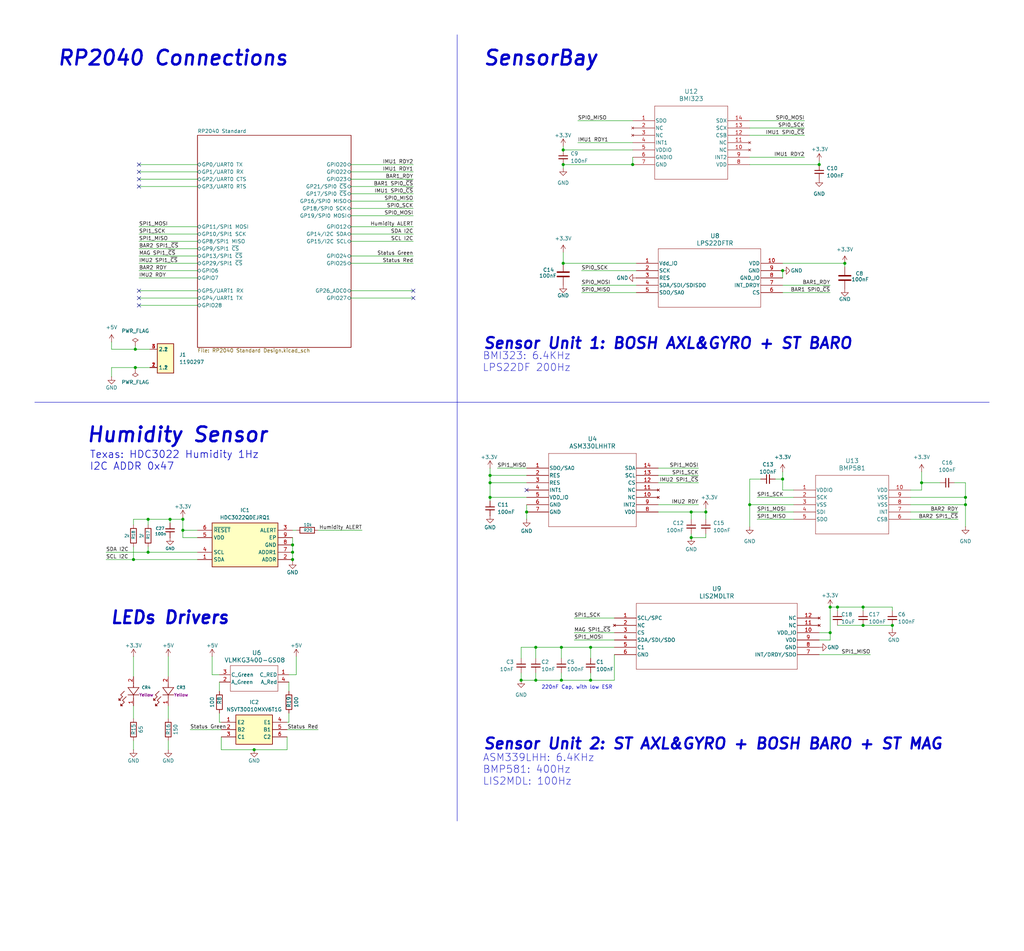
<source format=kicad_sch>
(kicad_sch (version 20231120) (generator "eeschema") (generator_version "8.0")
  (paper "User" 355.6 330.2)
  (title_block (title "On Board Computer") (date "2024-12-17") (rev "1.0") (company "Porto Space Team") (comment 1 "Miguel Amorim") (comment 2 "Teresa Monteiro") (comment 3 "Rafael Santos Novais"))
  (lib_symbols
    (symbol "1190297:1190297"
      (property "Reference" "J" (at 21.59 7.62 0))
      (property "Value" "1190297" (at 21.59 5.08 0))
      (symbol "1190297_1_1"
        (pin passive line (at 7.62 2.54 180) (length 2.54) (name "1.1") (number "1"))
        (pin passive line (at 7.62 2.54 180) (length 2.54) (name "1.2") (number "2"))
        (pin passive line (at 7.62 -3.81 180) (length 2.54) (name "2.1") (number "3"))
        (pin passive line (at 7.62 -3.81 180) (length 2.54) (name "2.2") (number "4"))
      )
    )
    (symbol "BARO_BMP581:BMP581" (pin_names (offset 0.254))
      (property "Reference" "U" (at 20.32 10.16 0))
      (property "Value" "BMP581" (at 20.32 7.62 0))
      (symbol "BMP581_0_1"
        (pin passive line (at 0 0 0) (length 7.62) (name "VDDIO") (number "1"))
        (pin passive line (at 40.64 0 180) (length 7.62) (name "VDD") (number "10"))
        (pin passive line (at 0 -2.54 0) (length 7.62) (name "SCK") (number "2"))
        (pin passive line (at 0 -5.08 0) (length 7.62) (name "VSS") (number "3"))
        (pin passive line (at 0 -7.62 0) (length 7.62) (name "SDI") (number "4"))
        (pin passive line (at 0 -10.16 0) (length 7.62) (name "SDO") (number "5"))
        (pin passive line (at 40.64 -10.16 180) (length 7.62) (name "CSB") (number "6"))
        (pin input line (at 40.64 -7.62 180) (length 7.62) (name "INT") (number "7"))
        (pin passive line (at 40.64 -5.08 180) (length 7.62) (name "VSS") (number "8"))
        (pin passive line (at 40.64 -2.54 180) (length 7.62) (name "VSS") (number "9"))
      )
    )
    (symbol "BARO_LPS22DFTR:LPS22DFTR" (pin_names (offset 0.254))
      (property "Reference" "U" (at 26.162 9.398 0))
      (property "Value" "LPS22DFTR" (at 26.162 6.858 0))
      (symbol "LPS22DFTR_0_1"
        (pin passive line (at 0 0 0) (length 7.62) (name "Vdd_IO") (number "1"))
        (pin passive line (at 50.8 0 180) (length 7.62) (name "VDD") (number "10"))
        (pin passive line (at 0 -5.08 0) (length 7.62) (name "RES") (number "3"))
        (pin passive line (at 0 -7.62 0) (length 7.62) (name "SDA/SDI/SDISDO") (number "4"))
        (pin passive line (at 0 -10.16 0) (length 7.62) (name "SDO/SA0") (number "5"))
        (pin passive line (at 50.8 -10.16 180) (length 7.62) (name "CS") (number "6"))
        (pin input line (at 50.8 -7.62 180) (length 7.62) (name "INT_DRDY") (number "7"))
        (pin passive line (at 50.8 -5.08 180) (length 7.62) (name "GND_IO") (number "8"))
        (pin passive line (at 50.8 -2.54 180) (length 7.62) (name "GND") (number "9"))
      )
      (symbol "LPS22DFTR_1_1"
        (pin passive line (at 0 -2.54 0) (length 7.62) (name "SCK") (number "2"))
      )
    )
    (symbol "Device:C" (pin_numbers hide) (pin_names (offset 0.254))
      (property "Reference" "C" (at 0.635 2.54 0))
      (property "Value" "C" (at 0.635 -2.54 0))
      (symbol "C_1_1"
        (pin passive line (at 0 3.81 270) (length 2.794) (name "~") (number "1"))
        (pin passive line (at 0 -3.81 90) (length 2.794) (name "~") (number "2"))
      )
    )
    (symbol "Device:C_Small" (pin_numbers hide) (pin_names (offset 0.254) hide)
      (property "Reference" "C" (at 0.254 1.778 0))
      (property "Value" "C_Small" (at 0.254 -2.032 0))
      (symbol "C_Small_1_1"
        (pin passive line (at 0 2.54 270) (length 2.032) (name "~") (number "1"))
        (pin passive line (at 0 -2.54 90) (length 2.032) (name "~") (number "2"))
      )
    )
    (symbol "Device:R" (pin_numbers hide) (pin_names (offset 0))
      (property "Reference" "R" (at 2.032 0 90))
      (property "Value" "R" (at 0 0 90))
      (symbol "R_1_1"
        (pin passive line (at 0 3.81 270) (length 1.27) (name "~") (number "1"))
        (pin passive line (at 0 -3.81 90) (length 1.27) (name "~") (number "2"))
      )
    )
    (symbol "HDC3022QDEJRQ1:HDC3022QDEJRQ1"
      (property "Reference" "IC" (at 29.21 7.62 0))
      (property "Value" "HDC3022QDEJRQ1" (at 29.21 5.08 0))
      (symbol "HDC3022QDEJRQ1_1_1"
        (pin passive line (at 0 -10.16 0) (length 5.08) (name "SDA") (number "1"))
        (pin passive line (at 33.02 -10.16 180) (length 5.08) (name "ADDR") (number "2"))
        (pin passive line (at 33.02 0 180) (length 5.08) (name "ALERT") (number "3"))
        (pin passive line (at 0 -7.62 0) (length 5.08) (name "SCL") (number "4"))
        (pin passive line (at 0 -2.54 0) (length 5.08) (name "VDD") (number "5"))
        (pin passive line (at 0 0 0) (length 5.08) (name "~{RESET}") (number "6"))
        (pin passive line (at 33.02 -7.62 180) (length 5.08) (name "ADDR1") (number "7"))
        (pin passive line (at 33.02 -5.08 180) (length 5.08) (name "GND") (number "8"))
        (pin passive line (at 33.02 -2.54 180) (length 5.08) (name "EP") (number "9"))
      )
    )
    (symbol "IMU_ASM330LHHTR:ASM330LHHTR" (pin_names (offset 0.254))
      (property "Reference" "U" (at 22.86 10.16 0))
      (property "Value" "ASM330LHHTR" (at 22.86 7.62 0))
      (symbol "ASM330LHHTR_0_1"
        (pin bidirectional line (at 0 0 0) (length 7.62) (name "SDO/SA0") (number "1"))
        (pin no_connect line (at 45.72 -10.16 180) (length 7.62) (name "NC") (number "10"))
        (pin no_connect line (at 45.72 -7.62 180) (length 7.62) (name "NC") (number "11"))
        (pin input line (at 45.72 -5.08 180) (length 7.62) (name "CS") (number "12"))
        (pin bidirectional line (at 45.72 -2.54 180) (length 7.62) (name "SCL") (number "13"))
        (pin input line (at 45.72 0 180) (length 7.62) (name "SDA") (number "14"))
        (pin passive line (at 0 -2.54 0) (length 7.62) (name "RES") (number "2"))
        (pin passive line (at 0 -5.08 0) (length 7.62) (name "RES") (number "3"))
        (pin input line (at 0 -7.62 0) (length 7.62) (name "INT1") (number "4"))
        (pin passive line (at 0 -10.16 0) (length 7.62) (name "VDD_IO") (number "5"))
        (pin passive line (at 0 -12.7 0) (length 7.62) (name "GND") (number "6"))
        (pin passive line (at 0 -15.24 0) (length 7.62) (name "GND") (number "7"))
        (pin passive line (at 45.72 -15.24 180) (length 7.62) (name "VDD") (number "8"))
        (pin input line (at 45.72 -12.7 180) (length 7.62) (name "INT2") (number "9"))
      )
    )
    (symbol "IMU_BMI323:BMI323" (pin_names (offset 0.254))
      (property "Reference" "U" (at 20.32 10.16 0))
      (property "Value" "BMI323" (at 20.32 7.62 0))
      (symbol "BMI323_0_1"
        (pin bidirectional line (at 0 0 0) (length 7.62) (name "SDO") (number "1"))
        (pin no_connect line (at 40.64 -10.16 180) (length 7.62) (name "NC") (number "10"))
        (pin no_connect line (at 40.64 -7.62 180) (length 7.62) (name "NC") (number "11"))
        (pin input line (at 40.64 -5.08 180) (length 7.62) (name "CSB") (number "12"))
        (pin input line (at 40.64 -2.54 180) (length 7.62) (name "SCX") (number "13"))
        (pin bidirectional line (at 40.64 0 180) (length 7.62) (name "SDX") (number "14"))
        (pin no_connect line (at 0 -2.54 0) (length 7.62) (name "NC") (number "2"))
        (pin no_connect line (at 0 -5.08 0) (length 7.62) (name "NC") (number "3"))
        (pin bidirectional line (at 0 -7.62 0) (length 7.62) (name "INT1") (number "4"))
        (pin passive line (at 0 -10.16 0) (length 7.62) (name "VDDIO") (number "5"))
        (pin passive line (at 0 -12.7 0) (length 7.62) (name "GNDIO") (number "6"))
        (pin passive line (at 0 -15.24 0) (length 7.62) (name "GND") (number "7"))
        (pin passive line (at 40.64 -15.24 180) (length 7.62) (name "VDD") (number "8"))
        (pin bidirectional line (at 40.64 -12.7 180) (length 7.62) (name "INT2") (number "9"))
      )
    )
    (symbol "MAG_LIS2MDLTR:LIS2MDLTR" (pin_names (offset 0.254))
      (property "Reference" "U" (at 35.56 10.16 0))
      (property "Value" "LIS2MDLTR" (at 35.56 7.62 0))
      (symbol "LIS2MDLTR_0_1"
        (pin bidirectional line (at 0 0 0) (length 7.62) (name "SCL/SPC") (number "1"))
        (pin passive line (at 71.12 -5.08 180) (length 7.62) (name "VDD_IO") (number "10"))
        (pin no_connect line (at 71.12 -2.54 180) (length 7.62) (name "NC") (number "11"))
        (pin no_connect line (at 71.12 0 180) (length 7.62) (name "NC") (number "12"))
        (pin no_connect line (at 0 -2.54 0) (length 7.62) (name "NC") (number "2"))
        (pin bidirectional line (at 0 -5.08 0) (length 7.62) (name "CS") (number "3"))
        (pin bidirectional line (at 0 -7.62 0) (length 7.62) (name "SDA/SDI/SDO") (number "4"))
        (pin passive line (at 0 -10.16 0) (length 7.62) (name "C1") (number "5"))
        (pin passive line (at 0 -12.7 0) (length 7.62) (name "GND") (number "6"))
        (pin bidirectional line (at 71.12 -12.7 180) (length 7.62) (name "INT/DRDY/SDO") (number "7"))
        (pin passive line (at 71.12 -10.16 180) (length 7.62) (name "GND") (number "8"))
        (pin passive line (at 71.12 -7.62 180) (length 7.62) (name "VDD") (number "9"))
      )
    )
    (symbol "NSVT30010MXV6T1G:NSVT30010MXV6T1G"
      (property "Reference" "IC" (at 19.05 7.62 0))
      (property "Value" "NSVT30010MXV6T1G" (at 19.05 5.08 0))
      (symbol "NSVT30010MXV6T1G_1_1"
        (pin passive line (at 0 0 0) (length 5.08) (name "E2") (number "1"))
        (pin passive line (at 0 -2.54 0) (length 5.08) (name "B2") (number "2"))
        (pin passive line (at 0 -5.08 0) (length 5.08) (name "C1") (number "3"))
        (pin passive line (at 22.86 0 180) (length 5.08) (name "E1") (number "4"))
        (pin passive line (at 22.86 -2.54 180) (length 5.08) (name "B1") (number "5"))
        (pin passive line (at 22.86 -5.08 180) (length 5.08) (name "C2") (number "6"))
      )
    )
    (symbol "VLMKG3400-GS08:VLMKG3400-GS08" (pin_names (offset 0.254))
      (property "Reference" "U" (at 20.955 7.239 0))
      (property "Value" "VLMKG3400-GS08" (at 20.955 4.699 0))
      (symbol "VLMKG3400-GS08_1_1"
        (pin passive line (at 3.81 -2.54 0) (length 3.81) (name "C_RED") (number "1"))
        (pin passive line (at 27.94 0 180) (length 3.81) (name "A_Green") (number "2"))
        (pin passive line (at 27.94 -2.54 180) (length 3.81) (name "C_Green") (number "3"))
        (pin passive line (at 3.81 0 0) (length 3.81) (name "A_Red") (number "4"))
      )
    )
    (symbol "VLMY1300-GS08:VLMY1300-GS08" (pin_names (offset 0.254))
      (property "Reference" "CR" (at 5.08 -4.445 0))
      (property "Value" "VLMY1300-GS08" (at 5.08 -7.62 0))
      (symbol "VLMY1300-GS08_1_1"
        (pin passive line (at 10.16 0 180) (length 2.54) (name "") (number "1"))
        (pin passive line (at 0 0 0) (length 2.54) (name "") (number "2"))
      )
      (symbol "VLMY1300-GS08_1_2"
        (pin unspecified line (at 0 10.16 270) (length 2.54) (name "") (number "1"))
        (pin unspecified line (at 0 0 90) (length 2.54) (name "") (number "2"))
      )
    )
    (symbol "power:+3.3V" (power) (pin_numbers hide) (pin_names (offset 0) hide)
      (property "Value" "+3.3V" (at 0 3.556 0))
      (symbol "+3.3V_1_1"
        (pin power_in line (at 0 0 90) (length 0) (name "~") (number "1"))
      )
    )
    (symbol "power:+5V" (power) (pin_numbers hide) (pin_names (offset 0) hide)
      (property "Value" "+5V" (at 0 3.556 0))
      (symbol "+5V_1_1"
        (pin power_in line (at 0 0 90) (length 0) (name "~") (number "1"))
      )
    )
    (symbol "power:GND" (power) (pin_numbers hide) (pin_names (offset 0) hide)
      (property "Value" "GND" (at 0 -3.81 0))
      (symbol "GND_1_1"
        (pin power_in line (at 0 0 270) (length 0) (name "~") (number "1"))
      )
    )
    (symbol "power:PWR_FLAG" (power) (pin_numbers hide) (pin_names (offset 0) hide)
      (property "Value" "PWR_FLAG" (at 0 3.81 0))
      (symbol "PWR_FLAG_0_0"
        (pin power_out line (at 0 0 90) (length 0) (name "~") (number "1"))
      )
    )
  )
  (junction (at 51.435 180.34))
  (junction (at 170.18 172.72))
  (junction (at 335.28 175.26))
  (junction (at 180.975 236.22))
  (junction (at 194.945 224.79))
  (junction (at 63.5 184.15))
  (junction (at 245.11 177.8))
  (junction (at 260.35 175.26))
  (junction (at 335.28 172.72))
  (junction (at 101.6 194.31))
  (junction (at 271.78 93.98))
  (junction (at 195.58 52.07))
  (junction (at 170.18 165.1))
  (junction (at 170.18 167.64))
  (junction (at 195.58 57.15))
  (junction (at 194.945 236.22))
  (junction (at 46.99 121.285))
  (junction (at 101.6 189.23))
  (junction (at 293.37 91.44))
  (junction (at 182.88 177.8))
  (junction (at 240.03 177.8))
  (junction (at 284.48 57.15))
  (junction (at 290.83 210.82))
  (junction (at 59.055 180.34))
  (junction (at 46.99 127.635))
  (junction (at 288.29 210.82))
  (junction (at 309.88 217.17))
  (junction (at 88.265 260.35))
  (junction (at 299.72 217.17))
  (junction (at 271.78 166.37))
  (junction (at 51.435 191.77))
  (junction (at 186.055 236.22))
  (junction (at 320.04 167.64))
  (junction (at 240.03 186.69))
  (junction (at 219.71 57.15))
  (junction (at 101.6 191.77))
  (junction (at 63.5 180.34))
  (junction (at 46.355 194.31))
  (junction (at 186.055 224.79))
  (junction (at 195.58 91.44))
  (junction (at 205.105 236.22))
  (junction (at 299.72 210.82))
  (junction (at 288.29 219.71))
  (junction (at 205.105 224.79))
  (no_connect (at 48.26 64.77))
  (no_connect (at 48.26 59.69))
  (no_connect (at 48.26 57.15))
  (no_connect (at 48.26 106.045))
  (no_connect (at 48.26 62.23))
  (no_connect (at 48.26 103.505))
  (no_connect (at 143.51 100.965))
  (no_connect (at 48.26 100.965))
  (no_connect (at 143.51 103.505))
  (no_connect (at 182.88 170.18))
  (wire (pts (xy 194.945 236.22) (xy 205.105 236.22)))
  (wire (pts (xy 121.92 57.15) (xy 143.51 57.15)))
  (wire (pts (xy 121.92 59.69) (xy 143.51 59.69)))
  (wire (pts (xy 76.2 247.65) (xy 76.2 250.825)))
  (wire (pts (xy 199.39 222.25) (xy 213.36 222.25)))
  (wire (pts (xy 46.355 257.175) (xy 46.355 260.35)))
  (wire (pts (xy 180.975 236.22) (xy 186.055 236.22)))
  (wire (pts (xy 260.35 175.26) (xy 275.59 175.26)))
  (wire (pts (xy 205.105 224.79) (xy 213.36 224.79)))
  (wire (pts (xy 76.2 236.855) (xy 76.2 240.03)))
  (wire (pts (xy 51.435 180.34) (xy 59.055 180.34)))
  (wire (pts (xy 240.03 185.42) (xy 240.03 186.69)))
  (wire (pts (xy 240.03 177.8) (xy 240.03 180.34)))
  (wire (pts (xy 59.055 181.61) (xy 59.055 180.34)))
  (wire (pts (xy 88.265 260.35) (xy 99.695 260.35)))
  (wire (pts (xy 48.26 88.9) (xy 68.58 88.9)))
  (wire (pts (xy 260.35 41.91) (xy 279.4 41.91)))
  (wire (pts (xy 121.92 81.28) (xy 143.51 81.28)))
  (wire (pts (xy 269.24 166.37) (xy 271.78 166.37)))
  (wire (pts (xy 121.92 100.965) (xy 143.51 100.965)))
  (wire (pts (xy 48.26 83.82) (xy 68.58 83.82)))
  (wire (pts (xy 201.93 93.98) (xy 220.98 93.98)))
  (wire (pts (xy 121.92 91.44) (xy 143.51 91.44)))
  (wire (pts (xy 199.39 214.63) (xy 213.36 214.63)))
  (wire (pts (xy 290.83 217.17) (xy 299.72 217.17)))
  (wire (pts (xy 73.66 227.965) (xy 73.66 234.315)))
  (wire (pts (xy 110.49 184.15) (xy 125.73 184.15)))
  (wire (pts (xy 52.07 121.285) (xy 46.99 121.285)))
  (wire (pts (xy 48.26 86.36) (xy 68.58 86.36)))
  (wire (pts (xy 186.055 224.79) (xy 186.055 228.6)))
  (wire (pts (xy 195.58 52.07) (xy 219.71 52.07)))
  (wire (pts (xy 260.35 166.37) (xy 264.16 166.37)))
  (wire (pts (xy 48.26 78.74) (xy 68.58 78.74)))
  (wire (pts (xy 309.88 218.44) (xy 309.88 217.17)))
  (wire (pts (xy 46.355 180.34) (xy 46.355 182.245)))
  (wire (pts (xy 101.6 189.23) (xy 101.6 191.77)))
  (wire (pts (xy 262.89 177.8) (xy 275.59 177.8)))
  (wire (pts (xy 73.66 234.315) (xy 76.2 234.315)))
  (wire (pts (xy 52.07 127.635) (xy 46.99 127.635)))
  (wire (pts (xy 101.6 186.69) (xy 101.6 189.23)))
  (wire (pts (xy 288.29 219.71) (xy 288.29 222.25)))
  (wire (pts (xy 271.78 99.06) (xy 288.29 99.06)))
  (wire (pts (xy 195.58 50.8) (xy 195.58 52.07)))
  (wire (pts (xy 186.055 236.22) (xy 194.945 236.22)))
  (wire (pts (xy 46.355 245.11) (xy 46.355 249.555)))
  (wire (pts (xy 194.945 224.79) (xy 205.105 224.79)))
  (wire (pts (xy 200.66 41.91) (xy 219.71 41.91)))
  (wire (pts (xy 48.26 57.15) (xy 68.58 57.15)))
  (wire (pts (xy 121.92 67.31) (xy 143.51 67.31)))
  (wire (pts (xy 288.29 210.82) (xy 288.29 219.71)))
  (wire (pts (xy 46.355 227.965) (xy 46.355 234.95)))
  (wire (pts (xy 68.58 106.045) (xy 48.26 106.045)))
  (wire (pts (xy 170.18 162.56) (xy 170.18 165.1)))
  (wire (pts (xy 260.35 44.45) (xy 279.4 44.45)))
  (wire (pts (xy 121.92 72.39) (xy 143.51 72.39)))
  (wire (pts (xy 121.92 103.505) (xy 143.51 103.505)))
  (wire (pts (xy 121.92 88.9) (xy 143.51 88.9)))
  (wire (pts (xy 46.355 194.31) (xy 68.58 194.31)))
  (wire (pts (xy 51.435 189.865) (xy 51.435 191.77)))
  (polyline (pts (xy 158.75 12.065) (xy 158.75 285.115)))
  (wire (pts (xy 293.37 91.44) (xy 293.37 92.71)))
  (wire (pts (xy 101.6 191.77) (xy 101.6 194.31)))
  (wire (pts (xy 260.35 46.99) (xy 279.4 46.99)))
  (wire (pts (xy 228.6 167.64) (xy 242.57 167.64)))
  (wire (pts (xy 271.78 166.37) (xy 271.78 170.18)))
  (wire (pts (xy 76.2 250.825) (xy 76.835 250.825)))
  (wire (pts (xy 271.78 170.18) (xy 275.59 170.18)))
  (wire (pts (xy 299.72 217.17) (xy 309.88 217.17)))
  (wire (pts (xy 63.5 180.34) (xy 63.5 179.705)))
  (wire (pts (xy 38.735 127.635) (xy 38.735 130.81)))
  (wire (pts (xy 240.03 177.8) (xy 245.11 177.8)))
  (wire (pts (xy 335.28 182.88) (xy 335.28 175.26)))
  (wire (pts (xy 228.6 162.56) (xy 242.57 162.56)))
  (wire (pts (xy 316.23 177.8) (xy 332.74 177.8)))
  (wire (pts (xy 335.28 167.64) (xy 335.28 172.72)))
  (wire (pts (xy 195.58 57.15) (xy 219.71 57.15)))
  (wire (pts (xy 320.04 167.64) (xy 326.39 167.64)))
  (wire (pts (xy 68.58 103.505) (xy 48.26 103.505)))
  (wire (pts (xy 262.89 172.72) (xy 275.59 172.72)))
  (wire (pts (xy 316.23 172.72) (xy 335.28 172.72)))
  (wire (pts (xy 260.35 175.26) (xy 260.35 182.88)))
  (wire (pts (xy 205.105 233.68) (xy 205.105 236.22)))
  (wire (pts (xy 121.92 69.85) (xy 143.51 69.85)))
  (wire (pts (xy 260.35 166.37) (xy 260.35 175.26)))
  (wire (pts (xy 121.92 62.23) (xy 143.51 62.23)))
  (wire (pts (xy 316.23 175.26) (xy 335.28 175.26)))
  (wire (pts (xy 180.975 224.79) (xy 186.055 224.79)))
  (wire (pts (xy 46.99 121.285) (xy 38.735 121.285)))
  (wire (pts (xy 48.26 81.28) (xy 68.58 81.28)))
  (wire (pts (xy 48.26 59.69) (xy 68.58 59.69)))
  (wire (pts (xy 63.5 184.15) (xy 63.5 186.69)))
  (wire (pts (xy 260.35 54.61) (xy 279.4 54.61)))
  (wire (pts (xy 186.055 233.68) (xy 186.055 236.22)))
  (wire (pts (xy 288.29 222.25) (xy 284.48 222.25)))
  (wire (pts (xy 316.23 180.34) (xy 332.74 180.34)))
  (wire (pts (xy 76.835 255.905) (xy 76.835 260.35)))
  (wire (pts (xy 186.055 224.79) (xy 194.945 224.79)))
  (wire (pts (xy 180.975 224.79) (xy 180.975 228.6)))
  (wire (pts (xy 170.18 165.1) (xy 182.88 165.1)))
  (wire (pts (xy 170.18 165.1) (xy 170.18 167.64)))
  (wire (pts (xy 121.92 83.82) (xy 143.51 83.82)))
  (wire (pts (xy 180.975 233.68) (xy 180.975 236.22)))
  (wire (pts (xy 59.055 180.34) (xy 63.5 180.34)))
  (wire (pts (xy 101.6 194.31) (xy 101.6 194.945)))
  (wire (pts (xy 121.92 78.74) (xy 143.51 78.74)))
  (wire (pts (xy 245.11 177.8) (xy 245.11 180.34)))
  (wire (pts (xy 102.87 227.965) (xy 102.87 234.315)))
  (wire (pts (xy 320.04 163.83) (xy 320.04 167.64)))
  (wire (pts (xy 46.355 180.34) (xy 51.435 180.34)))
  (wire (pts (xy 228.6 175.26) (xy 242.57 175.26)))
  (wire (pts (xy 182.88 177.8) (xy 182.88 180.34)))
  (wire (pts (xy 271.78 93.98) (xy 271.78 96.52)))
  (wire (pts (xy 121.92 74.93) (xy 143.51 74.93)))
  (wire (pts (xy 58.42 257.175) (xy 58.42 260.35)))
  (wire (pts (xy 46.99 127.635) (xy 38.735 127.635)))
  (wire (pts (xy 51.435 191.77) (xy 68.58 191.77)))
  (wire (pts (xy 194.945 224.79) (xy 194.945 228.6)))
  (wire (pts (xy 271.78 163.83) (xy 271.78 166.37)))
  (wire (pts (xy 46.99 120.015) (xy 46.99 121.285)))
  (wire (pts (xy 335.28 172.72) (xy 335.28 175.26)))
  (wire (pts (xy 99.695 253.365) (xy 110.49 253.365)))
  (wire (pts (xy 220.98 99.06) (xy 201.93 99.06)))
  (wire (pts (xy 245.11 185.42) (xy 245.11 186.69)))
  (wire (pts (xy 58.42 245.11) (xy 58.42 249.555)))
  (wire (pts (xy 195.58 87.63) (xy 195.58 91.44)))
  (wire (pts (xy 99.695 260.35) (xy 99.695 255.905)))
  (wire (pts (xy 205.105 236.22) (xy 213.36 236.22)))
  (wire (pts (xy 172.72 162.56) (xy 182.88 162.56)))
  (wire (pts (xy 299.72 212.09) (xy 299.72 210.82)))
  (wire (pts (xy 219.71 54.61) (xy 219.71 57.15)))
  (wire (pts (xy 309.88 212.09) (xy 309.88 210.82)))
  (wire (pts (xy 205.105 224.79) (xy 205.105 228.6)))
  (wire (pts (xy 260.35 57.15) (xy 284.48 57.15)))
  (wire (pts (xy 245.11 186.69) (xy 240.03 186.69)))
  (wire (pts (xy 199.39 219.71) (xy 213.36 219.71)))
  (wire (pts (xy 66.04 253.365) (xy 76.835 253.365)))
  (wire (pts (xy 48.26 91.44) (xy 68.58 91.44)))
  (wire (pts (xy 220.98 91.44) (xy 195.58 91.44)))
  (wire (pts (xy 213.36 236.22) (xy 213.36 227.33)))
  (wire (pts (xy 200.66 49.53) (xy 219.71 49.53)))
  (wire (pts (xy 38.735 118.745) (xy 38.735 121.285)))
  (wire (pts (xy 100.33 236.855) (xy 100.33 240.03)))
  (wire (pts (xy 284.48 227.33) (xy 302.26 227.33)))
  (wire (pts (xy 170.18 167.64) (xy 170.18 172.72)))
  (wire (pts (xy 100.33 234.315) (xy 102.87 234.315)))
  (wire (pts (xy 316.23 170.18) (xy 320.04 170.18)))
  (wire (pts (xy 331.47 167.64) (xy 335.28 167.64)))
  (wire (pts (xy 68.58 186.69) (xy 63.5 186.69)))
  (wire (pts (xy 271.78 101.6) (xy 288.29 101.6)))
  (wire (pts (xy 290.83 210.82) (xy 290.83 212.09)))
  (wire (pts (xy 58.42 227.965) (xy 58.42 234.95)))
  (wire (pts (xy 170.18 172.72) (xy 170.18 173.99)))
  (wire (pts (xy 48.26 62.23) (xy 68.58 62.23)))
  (wire (pts (xy 320.04 167.64) (xy 320.04 170.18)))
  (wire (pts (xy 170.18 172.72) (xy 182.88 172.72)))
  (wire (pts (xy 262.89 180.34) (xy 275.59 180.34)))
  (wire (pts (xy 63.5 184.15) (xy 68.58 184.15)))
  (wire (pts (xy 284.48 55.88) (xy 284.48 57.15)))
  (polyline (pts (xy 12.065 139.7) (xy 343.535 139.7)))
  (wire (pts (xy 63.5 180.34) (xy 63.5 184.15)))
  (wire (pts (xy 271.78 91.44) (xy 293.37 91.44)))
  (wire (pts (xy 195.58 58.42) (xy 195.58 57.15)))
  (wire (pts (xy 170.18 167.64) (xy 182.88 167.64)))
  (wire (pts (xy 288.29 219.71) (xy 284.48 219.71)))
  (wire (pts (xy 101.6 184.15) (xy 102.87 184.15)))
  (wire (pts (xy 290.83 210.82) (xy 299.72 210.82)))
  (wire (pts (xy 46.99 127.635) (xy 46.99 128.27)))
  (wire (pts (xy 76.835 260.35) (xy 88.265 260.35)))
  (wire (pts (xy 46.355 189.865) (xy 46.355 194.31)))
  (wire (pts (xy 51.435 180.34) (xy 51.435 182.245)))
  (wire (pts (xy 48.26 96.52) (xy 68.58 96.52)))
  (wire (pts (xy 228.6 177.8) (xy 240.03 177.8)))
  (wire (pts (xy 182.88 175.26) (xy 182.88 177.8)))
  (wire (pts (xy 194.945 233.68) (xy 194.945 236.22)))
  (wire (pts (xy 68.58 100.965) (xy 48.26 100.965)))
  (wire (pts (xy 100.33 247.65) (xy 100.33 250.825)))
  (wire (pts (xy 220.98 101.6) (xy 201.93 101.6)))
  (wire (pts (xy 48.26 64.77) (xy 68.58 64.77)))
  (wire (pts (xy 288.29 210.82) (xy 290.83 210.82)))
  (wire (pts (xy 228.6 165.1) (xy 242.57 165.1)))
  (wire (pts (xy 121.92 64.77) (xy 143.51 64.77)))
  (wire (pts (xy 36.83 194.31) (xy 46.355 194.31)))
  (wire (pts (xy 245.11 176.53) (xy 245.11 177.8)))
  (wire (pts (xy 48.26 93.98) (xy 68.58 93.98)))
  (wire (pts (xy 299.72 210.82) (xy 309.88 210.82)))
  (wire (pts (xy 36.83 191.77) (xy 51.435 191.77)))
  (wire (pts (xy 99.695 250.825) (xy 100.33 250.825)))
  (text "BMI323: 6.4KHz\nLPS22DF 200Hz" (at 182.88 125.73 0) (effects (font (size 2.54 2.54))))
  (text "Sensor Unit 2: ST AXL&GYRO + BOSH BARO + ST MAG " (at 167.64 258.445 0) (effects (font (size 3.81 3.81) (thickness 0.762) (bold yes) (italic yes)) (justify left)))
  (text "SensorBay" (at 167.64 20.32 0) (effects (font (size 5.08 5.08) (thickness 0.8636) (bold yes) (italic yes)) (justify left)))
  (text "RP2040 Connections" (at 19.685 20.32 0) (effects (font (size 5.08 5.08) (thickness 0.8636) (bold yes) (italic yes)) (justify left)))
  (text "Humidity Sensor\n" (at 29.845 151.13 0) (effects (font (size 5.08 5.08) (thickness 0.8636) (bold yes) (italic yes)) (justify left)))
  (text "LEDs Drivers" (at 38.1 214.63 0) (effects (font (size 4.318 4.318) (thickness 0.8636) (bold yes) (italic yes)) (justify left)))
  (text "Sensor Unit 1: BOSH AXL&GYRO + ST BARO" (at 167.64 119.38 0) (effects (font (size 3.81 3.81) (thickness 0.762) (bold yes) (italic yes)) (justify left)))
  (text "Texas: HDC3022 Humidity 1Hz\nI2C ADDR 0x47" (at 31.115 160.02 0) (effects (font (size 2.54 2.54) (thickness 0.2223)) (justify left)))
  (text "ASM339LHH: 6.4KHz\nBMP581: 400Hz\nLIS2MDL: 100Hz" (at 167.64 267.335 0) (effects (font (size 2.54 2.54)) (justify left)))
  (text "220nF Cap, with low ESR" (at 212.725 238.76 0) (effects (font (size 1.27 1.27)) (justify right)))
  (label "Status Red" (at 143.51 91.44 180))
  (label "SCL I2C" (at 143.51 83.82 180))
  (label "SPI1_MISO" (at 48.26 83.82 0))
  (label "Status Green" (at 66.04 253.365 0))
  (label "SPI0_SCK" (at 201.93 93.98 0))
  (label "SDA I2C" (at 36.83 191.77 0))
  (label "SPI0_MISO" (at 143.51 69.85 180))
  (label "MAG SPI1_~{CS}" (at 199.39 219.71 0))
  (label "SPI1_SCK" (at 48.26 81.28 0))
  (label "IMU1 RDY1" (at 143.51 59.69 180))
  (label "SPI1_MISO" (at 172.72 162.56 0))
  (label "BAR1 SPI0_~{CS}" (at 143.51 64.77 180))
  (label "SPI1_MISO" (at 302.26 227.33 180))
  (label "IMU2 SPI1_~{CS}" (at 242.57 167.64 180))
  (label "BAR1_RDY" (at 288.29 99.06 180))
  (label "Humidity ALERT" (at 143.51 78.74 180))
  (label "SPI1_MOSI" (at 48.26 78.74 0))
  (label "BAR1 SPI0_~{CS}" (at 288.29 101.6 180))
  (label "SPI1_MISO" (at 262.89 180.34 0))
  (label "SPI0_MISO" (at 200.66 41.91 0))
  (label "IMU1 SPI0_~{CS}" (at 143.51 67.31 180))
  (label "BAR1_RDY" (at 143.51 62.23 180))
  (label "SPI0_SCK" (at 143.51 72.39 180))
  (label "SPI1_SCK" (at 262.89 172.72 0))
  (label "SPI1_SCK" (at 199.39 214.63 0))
  (label "SPI1_MOSI" (at 262.89 177.8 0))
  (label "SPI0_MOSI" (at 143.51 74.93 180))
  (label "Status Green" (at 143.51 88.9 180))
  (label "BAR2 SPI1_~{CS}" (at 332.74 180.34 180))
  (label "IMU1 RDY1" (at 200.66 49.53 0))
  (label "IMU1 RDY2" (at 279.4 54.61 180))
  (label "SDA I2C" (at 143.51 81.28 180))
  (label "BAR2 SPI1_~{CS}" (at 48.26 86.36 0))
  (label "IMU2 RDY" (at 48.26 96.52 0))
  (label "Humidity ALERT" (at 125.73 184.15 180))
  (label "SCL I2C" (at 36.83 194.31 0))
  (label "BAR2 RDY" (at 48.26 93.98 0))
  (label "BAR2 RDY" (at 332.74 177.8 180))
  (label "IMU1 RDY2" (at 143.51 57.15 180))
  (label "SPI0_SCK" (at 279.4 44.45 180))
  (label "SPI0_MOSI" (at 279.4 41.91 180))
  (label "Status Red" (at 110.49 253.365 180))
  (label "SPI0_MISO" (at 201.93 101.6 0))
  (label "SPI1_MOSI" (at 199.39 222.25 0))
  (label "SPI0_MOSI" (at 201.93 99.06 0))
  (label "MAG SPI1_~{CS}" (at 48.26 88.9 0))
  (label "SPI1_MOSI" (at 242.57 162.56 180))
  (label "SPI1_SCK" (at 242.57 165.1 180))
  (label "IMU2 RDY" (at 242.57 175.26 180))
  (label "IMU1 SPI0_~{CS}" (at 279.4 46.99 180))
  (label "IMU2 SPI1_~{CS}" (at 48.26 91.44 0))
  (symbol (lib_id "power:+5V") (at 38.735 118.745 0) (unit 1)
    (property "Reference" "#PWR032" (effects (hide yes)))
    (property "Value" "+5V" (at 38.735 113.665 0))
    (property "Description" "Power symbol creates a global label with name \"+5V\"" (effects (hide yes)))
  )
  (symbol (lib_id "IMU_BMI323:BMI323") (at 219.71 41.91 0) (unit 1)
    (property "Reference" "U12" (at 240.03 31.75 0) (effects (font (size 1.524 1.524))))
    (property "Value" "BMI323" (at 240.03 34.29 0) (effects (font (size 1.524 1.524))))
    (property "Footprint" "IMU BMI323:BMI323_BOS" (effects (hide yes)))
    (property "Datasheet" "BMI323" (effects (hide yes)))
  )
  (symbol (lib_id "Device:C_Small") (at 245.11 182.88 0) (unit 1)
    (property "Reference" "C15" (at 247.65 181.6162 0) (effects (justify left)))
    (property "Value" "100nF" (at 247.65 184.1562 0) (effects (justify left)))
    (property "Footprint" "Capacitor-0402:Capacitor_0402" (effects (hide yes)))
    (property "Description" "Unpolarized capacitor, small symbol" (effects (hide yes)))
  )
  (symbol (lib_id "power:PWR_FLAG") (at 46.99 120.015 0) (unit 1)
    (property "Reference" "#FLG03" (effects (hide yes)))
    (property "Value" "PWR_FLAG" (at 46.99 114.935 0))
    (property "Description" "Special symbol for telling ERC where power comes from" (effects (hide yes)))
  )
  (symbol (lib_id "Device:C_Small") (at 284.48 59.69 0) (unit 1)
    (property "Reference" "C10" (at 287.02 58.4262 0) (effects (justify left)))
    (property "Value" "100nF" (at 287.02 60.9662 0) (effects (justify left)))
    (property "Footprint" "Capacitor-0402:Capacitor_0402" (effects (hide yes)))
    (property "Description" "Unpolarized capacitor, small symbol" (effects (hide yes)))
  )
  (symbol (lib_id "VLMKG3400-GS08:VLMKG3400-GS08") (at 104.14 236.855 180) (unit 1)
    (property "Reference" "U6" (at 90.805 226.695 0) (effects (font (size 1.524 1.524)) (justify left)))
    (property "Value" "VLMKG3400-GS08" (at 99.06 229.235 0) (effects (font (size 1.524 1.524)) (justify left)))
    (property "Footprint" "VLMKG3400-GS08:SMT_00-GS08_VIS" (effects (hide yes)))
    (property "Datasheet" "VLMKG3400-GS08" (effects (hide yes)))
  )
  (symbol (lib_id "BARO_BMP581:BMP581") (at 275.59 170.18 0) (unit 1)
    (property "Reference" "U13" (at 295.91 160.02 0) (effects (font (size 1.524 1.524))))
    (property "Value" "BMP581" (at 295.91 162.56 0) (effects (font (size 1.524 1.524))))
    (property "Footprint" "BARO BMP581:QFN10_BMP581_BOS" (effects (hide yes)))
    (property "Datasheet" "BMP581" (effects (hide yes)))
  )
  (symbol (lib_id "Device:C_Small") (at 180.975 231.14 0) (mirror y) (unit 1)
    (property "Reference" "C3" (at 178.435 229.87 0) (effects (justify left)))
    (property "Value" "10nF" (at 178.435 232.41 0) (effects (justify left)))
    (property "Footprint" "Capacitor-0402:Capacitor_0402" (effects (hide yes)))
    (property "Description" "Unpolarized capacitor, small symbol" (effects (hide yes)))
  )
  (symbol (lib_id "power:GND") (at 271.78 93.98 90) (mirror x) (unit 1)
    (property "Reference" "#PWR063" (effects (hide yes)))
    (property "Value" "GND" (at 274.574 93.98 90) (effects (justify right)))
    (property "Description" "Power symbol creates a global label with name \"GND\" , ground" (effects (hide yes)))
  )
  (symbol (lib_id "VLMY1300-GS08:VLMY1300-GS08") (at 46.355 234.95 90) (mirror x) (unit 1)
    (property "Reference" "CR4" (at 50.8 238.76 90) (effects (font (size 1.016 1.016))))
    (property "Value" "VLMY1300-GS08" (effects (hide yes)))
    (property "Footprint" "LED-Yellow_VLMY1300-GS08:LED_VISHAY_VLMX1300_VIS" (effects (hide yes)))
    (property "Datasheet" "VLMY1300-GS08" (effects (hide yes)))
    (property "Description" "Yellow" (at 50.8 241.3 90) (effects (font (size 1.016 1.016))))
  )
  (symbol (lib_id "power:GND") (at 59.055 186.69 0) (unit 1)
    (property "Reference" "#PWR069" (effects (hide yes)))
    (property "Value" "GND" (at 59.055 190.5 0) (effects (font (size 1.016 1.016))))
    (property "Description" "Power symbol creates a global label with name \"GND\" , ground" (effects (hide yes)))
  )
  (symbol (lib_id "power:+3.3V") (at 245.11 176.53 0) (unit 1)
    (property "Reference" "#PWR048" (effects (hide yes)))
    (property "Value" "+3.3V" (at 243.332 172.72 0) (effects (justify left)))
    (property "Description" "Power symbol creates a global label with name \"+3.3V\"" (effects (hide yes)))
  )
  (symbol (lib_id "power:+3.3V") (at 293.37 91.44 0) (mirror y) (unit 1)
    (property "Reference" "#PWR045" (effects (hide yes)))
    (property "Value" "+3.3V" (at 293.37 86.614 0))
    (property "Description" "Power symbol creates a global label with name \"+3.3V\"" (effects (hide yes)))
  )
  (symbol (lib_id "Device:R") (at 46.355 186.055 0) (mirror y) (unit 1)
    (property "Reference" "R18" (at 46.355 187.325 90) (effects (font (size 1.016 1.016)) (justify left)))
    (property "Value" "2k" (at 45.085 186.055 0) (effects (font (size 1.016 1.016)) (justify left)))
    (property "Footprint" "Resistor-0402:RES_0402" (effects (hide yes)))
    (property "Description" "Resistor" (effects (hide yes)))
  )
  (symbol (lib_id "Device:C_Small") (at 205.105 231.14 0) (unit 1)
    (property "Reference" "C1" (at 207.01 229.87 0) (effects (justify left)))
    (property "Value" "100nF" (at 207.01 232.41 0) (effects (justify left)))
    (property "Footprint" "Capacitor-0402:Capacitor_0402" (effects (hide yes)))
    (property "Description" "Unpolarized capacitor, small symbol" (effects (hide yes)))
  )
  (symbol (lib_id "power:GND") (at 101.6 194.945 0) (unit 1)
    (property "Reference" "#PWR070" (effects (hide yes)))
    (property "Value" "GND" (at 101.6 198.755 0))
    (property "Description" "Power symbol creates a global label with name \"GND\" , ground" (effects (hide yes)))
  )
  (symbol (lib_id "power:+3.3V") (at 63.5 179.705 0) (unit 1)
    (property "Reference" "#PWR090" (effects (hide yes)))
    (property "Value" "+3.3V" (at 63.5 175.895 0))
    (property "Description" "Power symbol creates a global label with name \"+3.3V\"" (effects (hide yes)))
  )
  (symbol (lib_id "power:GND") (at 293.37 100.33 0) (mirror y) (unit 1)
    (property "Reference" "#PWR046" (effects (hide yes)))
    (property "Value" "GND" (at 291.338 103.886 0) (effects (justify right)))
    (property "Description" "Power symbol creates a global label with name \"GND\" , ground" (effects (hide yes)))
  )
  (symbol (lib_id "HDC3022QDEJRQ1:HDC3022QDEJRQ1") (at 68.58 184.15 0) (unit 1)
    (property "Reference" "IC1" (at 85.09 177.165 0))
    (property "Value" "HDC3022QDEJRQ1" (at 85.09 179.705 0))
    (property "Footprint" "HDC3022QDEJRQ1:HDC3022QDEJRQ1" (effects (hide yes)))
    (property "Datasheet" "https://www.ti.com/lit/ds/symlink/hdc3020-q1.pdf" (effects (hide yes)))
    (property "Description" "Board Mount Humidity Sensors Automotive 0.5% RH digital humidity sensor with permanent IP67 filter 8-WSON -40 to 125" (effects (hide yes)))
    (property "Height" "0.8" (effects (hide yes)))
    (property "Mouser Part Number" "595-HDC3022QDEJRQ1" (effects (hide yes)))
    (property "Mouser Price/Stock" "https://www.mouser.co.uk/ProductDetail/Texas-Instruments/HDC3022QDEJRQ1?qs=9vOqFld9vZWrRHHeNDsk2Q%3D%3D" (effects (hide yes)))
    (property "Manufacturer_Name" "Texas Instruments" (effects (hide yes)))
    (property "Manufacturer_Part_Number" "HDC3022QDEJRQ1" (effects (hide yes)))
  )
  (symbol (lib_id "power:GND") (at 220.98 96.52 270) (unit 1)
    (property "Reference" "#PWR036" (effects (hide yes)))
    (property "Value" "GND" (at 218.186 96.52 90) (effects (justify right)))
    (property "Description" "Power symbol creates a global label with name \"GND\" , ground" (effects (hide yes)))
  )
  (symbol (lib_id "MAG_LIS2MDLTR:LIS2MDLTR") (at 213.36 214.63 0) (unit 1)
    (property "Reference" "U9" (at 248.92 204.47 0) (effects (font (size 1.524 1.524))))
    (property "Value" "LIS2MDLTR" (at 248.92 207.01 0) (effects (font (size 1.524 1.524))))
    (property "Footprint" "MAG LIS2MDLTR:LGA-12_2X2X1_STM" (effects (hide yes)))
    (property "Datasheet" "LIS2MDLTR" (effects (hide yes)))
  )
  (symbol (lib_id "Device:R") (at 46.355 253.365 180) (unit 1)
    (property "Reference" "R15" (at 46.355 255.27 90) (effects (justify right)))
    (property "Value" "65" (at 48.895 254.635 90) (effects (justify right)))
    (property "Footprint" "Resistor-0402:RES_0402" (effects (hide yes)))
    (property "Description" "Resistor" (effects (hide yes)))
  )
  (symbol (lib_id "power:GND") (at 195.58 58.42 0) (unit 1)
    (property "Reference" "#PWR051" (effects (hide yes)))
    (property "Value" "GND" (at 195.58 63.5 0))
    (property "Description" "Power symbol creates a global label with name \"GND\" , ground" (effects (hide yes)))
  )
  (symbol (lib_id "power:+5V") (at 58.42 227.965 0) (unit 1)
    (property "Reference" "#PWR027" (effects (hide yes)))
    (property "Value" "+5V" (at 58.42 224.155 0))
    (property "Description" "Power symbol creates a global label with name \"+5V\"" (effects (hide yes)))
  )
  (symbol (lib_id "power:+3.3V") (at 195.58 50.8 0) (unit 1)
    (property "Reference" "#PWR037" (effects (hide yes)))
    (property "Value" "+3.3V" (at 192.532 46.99 0) (effects (justify left)))
    (property "Description" "Power symbol creates a global label with name \"+3.3V\"" (effects (hide yes)))
  )
  (symbol (lib_id "power:+3.3V") (at 170.18 162.56 0) (unit 1)
    (property "Reference" "#PWR040" (effects (hide yes)))
    (property "Value" "+3.3V" (at 166.878 158.75 0) (effects (justify left)))
    (property "Description" "Power symbol creates a global label with name \"+3.3V\"" (effects (hide yes)))
  )
  (symbol (lib_id "Device:C_Small") (at 186.055 231.14 0) (unit 1)
    (property "Reference" "C2" (at 187.96 229.87 0) (effects (justify left)))
    (property "Value" "10nF" (at 187.96 232.41 0) (effects (justify left)))
    (property "Footprint" "Capacitor-0402:Capacitor_0402" (effects (hide yes)))
    (property "Description" "Unpolarized capacitor, small symbol" (effects (hide yes)))
  )
  (symbol (lib_id "power:GND") (at 195.58 99.06 0) (unit 1)
    (property "Reference" "#PWR034" (effects (hide yes)))
    (property "Value" "GND" (at 197.612 102.616 0) (effects (justify right)))
    (property "Description" "Power symbol creates a global label with name \"GND\" , ground" (effects (hide yes)))
  )
  (symbol (lib_id "power:GND") (at 335.28 182.88 0) (unit 1)
    (property "Reference" "#PWR033" (effects (hide yes)))
    (property "Value" "GND" (at 335.28 187.96 0))
    (property "Description" "Power symbol creates a global label with name \"GND\" , ground" (effects (hide yes)))
  )
  (symbol (lib_id "power:+5V") (at 73.66 227.965 0) (unit 1)
    (property "Reference" "#PWR015" (effects (hide yes)))
    (property "Value" "+5V" (at 73.66 224.155 0))
    (property "Description" "Power symbol creates a global label with name \"+5V\"" (effects (hide yes)))
  )
  (symbol (lib_id "Device:C_Small") (at 299.72 214.63 0) (unit 1)
    (property "Reference" "C17" (at 301.625 213.36 0) (effects (justify left)))
    (property "Value" "100nF" (at 301.625 215.9 0) (effects (justify left)))
    (property "Footprint" "Capacitor-0402:Capacitor_0402" (effects (hide yes)))
    (property "Description" "Unpolarized capacitor, small symbol" (effects (hide yes)))
  )
  (symbol (lib_id "power:+3.3V") (at 271.78 163.83 0) (unit 1)
    (property "Reference" "#PWR044" (effects (hide yes)))
    (property "Value" "+3.3V" (at 271.78 158.75 0))
    (property "Description" "Power symbol creates a global label with name \"+3.3V\"" (effects (hide yes)))
  )
  (symbol (lib_id "Device:R") (at 100.33 243.84 180) (unit 1)
    (property "Reference" "R19" (at 100.33 245.745 90) (effects (justify right)))
    (property "Value" "100" (at 102.87 245.745 90) (effects (justify right)))
    (property "Footprint" "Resistor-0402:RES_0402" (effects (hide yes)))
    (property "Description" "Resistor" (effects (hide yes)))
  )
  (symbol (lib_id "power:GND") (at 182.88 180.34 0) (unit 1)
    (property "Reference" "#PWR043" (effects (hide yes)))
    (property "Value" "GND" (at 182.88 184.404 0))
    (property "Description" "Power symbol creates a global label with name \"GND\" , ground" (effects (hide yes)))
  )
  (symbol (lib_id "Device:C_Small") (at 240.03 182.88 0) (mirror y) (unit 1)
    (property "Reference" "C12" (at 237.49 181.6162 0) (effects (justify left)))
    (property "Value" "100nF" (at 237.49 184.1562 0) (effects (justify left)))
    (property "Footprint" "Capacitor-0402:Capacitor_0402" (effects (hide yes)))
    (property "Description" "Unpolarized capacitor, small symbol" (effects (hide yes)))
  )
  (symbol (lib_id "power:+3.3V") (at 320.04 163.83 0) (unit 1)
    (property "Reference" "#PWR049" (effects (hide yes)))
    (property "Value" "+3.3V" (at 320.04 158.75 0))
    (property "Description" "Power symbol creates a global label with name \"+3.3V\"" (effects (hide yes)))
  )
  (symbol (lib_id "1190297:1190297") (at 59.69 125.095 180) (unit 1)
    (property "Reference" "J1" (at 62.23 123.1899 0) (effects (justify right)))
    (property "Value" "1190297" (at 62.23 125.7299 0) (effects (justify right)))
    (property "Footprint" "1190297" (effects (hide yes)))
    (property "Datasheet" "https://g.componentsearchengine.com/Datasheets/0/15169004.pdf" (effects (hide yes)))
    (property "Description" "PCB terminal block, nominal current: 24 A, rated voltage (III/2): 400 V, nominal cross section: 2.5 mm2, number of potentials: 2, number of rows: 1, number of positions per row: 2, product range: LPT 2,5/, pitch: 5 mm, connection method: Lever Push-in connection, mounting: Wave soldering, conductor/PCB connection direction: 0 , color: green, Pin layout: Linear pinning, Solder pin [P]: 3.5 mm, type of packaging: packed in cardboard" (effects (hide yes)))
    (property "Height" "23.58" (effects (hide yes)))
    (property "Mouser Part Number" "651-1190297" (effects (hide yes)))
    (property "Mouser Price/Stock" "https://www.mouser.co.uk/ProductDetail/Phoenix-Contact/1190297?qs=QNEnbhJQKvaBinyAO%252BdsFA%3D%3D" (effects (hide yes)))
    (property "Manufacturer_Name" "Phoenix Contact" (effects (hide yes)))
    (property "Manufacturer_Part_Number" "1190297" (effects (hide yes)))
  )
  (symbol (lib_id "Device:C") (at 293.37 96.52 180) (unit 1)
    (property "Reference" "C8" (at 298.45 94.996 0))
    (property "Value" "100nF" (at 298.704 97.028 0))
    (property "Footprint" "Capacitor-0402:Capacitor_0402" (effects (hide yes)))
    (property "Description" "Unpolarized capacitor" (effects (hide yes)))
  )
  (symbol (lib_id "Device:R") (at 58.42 253.365 180) (unit 1)
    (property "Reference" "R16" (at 58.42 255.27 90) (effects (justify right)))
    (property "Value" "150" (at 60.96 255.27 90) (effects (justify right)))
    (property "Footprint" "Resistor-0402:RES_0402" (effects (hide yes)))
    (property "Description" "Resistor" (effects (hide yes)))
  )
  (symbol (lib_id "power:GND") (at 38.735 130.81 0) (unit 1)
    (property "Reference" "#PWR047" (effects (hide yes)))
    (property "Value" "GND" (at 38.735 134.62 0))
    (property "Description" "Power symbol creates a global label with name \"GND\" , ground" (effects (hide yes)))
  )
  (symbol (lib_id "power:GND") (at 88.265 260.35 0) (unit 1)
    (property "Reference" "#PWR071" (effects (hide yes)))
    (property "Value" "GND" (at 88.265 264.16 0))
    (property "Description" "Power symbol creates a global label with name \"GND\" , ground" (effects (hide yes)))
  )
  (symbol (lib_id "VLMY1300-GS08:VLMY1300-GS08") (at 58.42 234.95 90) (mirror x) (unit 1)
    (property "Reference" "CR3" (at 62.865 238.76 90) (effects (font (size 1.016 1.016))))
    (property "Value" "VLMY1300-GS08" (effects (hide yes)))
    (property "Footprint" "LED-Yellow_VLMY1300-GS08:LED_VISHAY_VLMX1300_VIS" (effects (hide yes)))
    (property "Datasheet" "VLMY1300-GS08" (effects (hide yes)))
    (property "Description" "Yellow" (at 62.865 241.3 90) (effects (font (size 1.016 1.016))))
  )
  (symbol (lib_id "BARO_LPS22DFTR:LPS22DFTR") (at 220.98 91.44 0) (unit 1)
    (property "Reference" "U8" (at 248.285 81.915 0) (effects (font (size 1.524 1.524))))
    (property "Value" "LPS22DFTR" (at 248.285 84.455 0) (effects (font (size 1.524 1.524))))
    (property "Footprint" "BARO LPS22DFTR:QFN_22DFTR_STM" (effects (hide yes)))
    (property "Datasheet" "LPS22DFTR" (effects (hide yes)))
  )
  (symbol (lib_id "Device:R") (at 106.68 184.15 270) (mirror x) (unit 1)
    (property "Reference" "R20" (at 105.41 184.15 90) (effects (font (size 1.016 1.016)) (justify left)))
    (property "Value" "10k" (at 105.41 182.245 90) (effects (font (size 1.016 1.016)) (justify left)))
    (property "Footprint" "Resistor-0402:RES_0402" (effects (hide yes)))
    (property "Description" "Resistor" (effects (hide yes)))
  )
  (symbol (lib_id "power:+3.3V") (at 288.29 210.82 0) (unit 1)
    (property "Reference" "#PWR060" (effects (hide yes)))
    (property "Value" "+3.3V" (at 285.242 206.756 0) (effects (justify left)))
    (property "Description" "Power symbol creates a global label with name \"+3.3V\"" (effects (hide yes)))
  )
  (symbol (lib_id "power:+5V") (at 102.87 227.965 0) (unit 1)
    (property "Reference" "#PWR072" (effects (hide yes)))
    (property "Value" "+5V" (at 102.87 224.155 0))
    (property "Description" "Power symbol creates a global label with name \"+5V\"" (effects (hide yes)))
  )
  (symbol (lib_id "Device:C_Small") (at 195.58 54.61 0) (unit 1)
    (property "Reference" "C9" (at 198.12 53.3462 0) (effects (justify left)))
    (property "Value" "100nF" (at 198.12 55.8862 0) (effects (justify left)))
    (property "Footprint" "Capacitor-0402:Capacitor_0402" (effects (hide yes)))
    (property "Description" "Unpolarized capacitor, small symbol" (effects (hide yes)))
  )
  (symbol (lib_id "NSVT30010MXV6T1G:NSVT30010MXV6T1G") (at 76.835 250.825 0) (unit 1)
    (property "Reference" "IC2" (at 88.265 243.84 0))
    (property "Value" "NSVT30010MXV6T1G" (at 88.265 246.38 0))
    (property "Footprint" "2 PNP:SOT-563_1P3X1P7_ONS" (effects (hide yes)))
    (property "Datasheet" "https://www.onsemi.com/pub/Collateral/NST30010MXV6-D.PDF" (effects (hide yes)))
    (property "Description" "Current Gain Matching to 10%; Base-Emitter Voltage Matched to 2 mV; Drop-In Replacement for Standard Device; These are Pb-Free Devices; S and NSV Prefix for Automotive and Other Applications Requiring Unique Site and Control Change Requirements; AEC-Q101 Qualified and PPAP Capable" (effects (hide yes)))
    (property "Height" "0.6" (effects (hide yes)))
    (property "Mouser Part Number" "863-NSVT30010MXV6T1G" (effects (hide yes)))
    (property "Mouser Price/Stock" "https://www.mouser.co.uk/ProductDetail/onsemi/NSVT30010MXV6T1G?qs=dchgzKpACvKgapfe7pOinw%3D%3D" (effects (hide yes)))
    (property "Manufacturer_Name" "onsemi" (effects (hide yes)))
    (property "Manufacturer_Part_Number" "NSVT30010MXV6T1G" (effects (hide yes)))
  )
  (symbol (lib_id "Device:C_Small") (at 328.93 167.64 90) (unit 1)
    (property "Reference" "C16" (at 328.9363 160.655 90))
    (property "Value" "100nF" (at 328.9363 163.195 90))
    (property "Footprint" "Capacitor-0402:Capacitor_0402" (effects (hide yes)))
    (property "Description" "Unpolarized capacitor, small symbol" (effects (hide yes)))
  )
  (symbol (lib_id "IMU_ASM330LHHTR:ASM330LHHTR") (at 182.88 162.56 0) (unit 1)
    (property "Reference" "U4" (at 205.74 152.4 0) (effects (font (size 1.524 1.524))))
    (property "Value" "ASM330LHHTR" (at 205.74 154.94 0) (effects (font (size 1.524 1.524))))
    (property "Footprint" "IMU ASM330LHHTR:LGA-14L_2P5X3X0P83_STM" (effects (hide yes)))
    (property "Datasheet" "ASM330LHHTR" (effects (hide yes)))
  )
  (symbol (lib_id "power:GND") (at 260.35 182.88 0) (unit 1)
    (property "Reference" "#PWR042" (effects (hide yes)))
    (property "Value" "GND" (at 260.35 187.96 0))
    (property "Description" "Power symbol creates a global label with name \"GND\" , ground" (effects (hide yes)))
  )
  (symbol (lib_id "Device:R") (at 51.435 186.055 0) (mirror y) (unit 1)
    (property "Reference" "R17" (at 51.435 187.325 90) (effects (font (size 1.016 1.016)) (justify left)))
    (property "Value" "2k" (at 50.165 186.055 0) (effects (font (size 1.016 1.016)) (justify left)))
    (property "Footprint" "Resistor-0402:RES_0402" (effects (hide yes)))
    (property "Description" "Resistor" (effects (hide yes)))
  )
  (symbol (lib_id "power:GND") (at 284.48 224.79 90) (mirror x) (unit 1)
    (property "Reference" "#PWR062" (effects (hide yes)))
    (property "Value" "GND" (at 289.306 224.79 90))
    (property "Description" "Power symbol creates a global label with name \"GND\" , ground" (effects (hide yes)))
  )
  (symbol (lib_id "Device:C_Small") (at 59.055 184.15 0) (mirror x) (unit 1)
    (property "Reference" "C27" (at 57.15 183.515 0) (effects (font (size 1.016 1.016)) (justify right)))
    (property "Value" "100n" (at 57.785 185.42 0) (effects (font (size 1.016 1.016)) (justify right)))
    (property "Footprint" "Capacitor-0402:Capacitor_0402" (effects (hide yes)))
    (property "Description" "Unpolarized capacitor, small symbol" (effects (hide yes)))
  )
  (symbol (lib_id "power:PWR_FLAG") (at 46.99 128.27 180) (unit 1)
    (property "Reference" "#FLG01" (effects (hide yes)))
    (property "Value" "PWR_FLAG" (at 46.99 132.715 0))
    (property "Description" "Special symbol for telling ERC where power comes from" (effects (hide yes)))
  )
  (symbol (lib_id "power:GND") (at 170.18 179.07 0) (unit 1)
    (property "Reference" "#PWR041" (effects (hide yes)))
    (property "Value" "GND" (at 170.18 183.134 0))
    (property "Description" "Power symbol creates a global label with name \"GND\" , ground" (effects (hide yes)))
  )
  (symbol (lib_id "power:+3.3V") (at 195.58 87.63 0) (unit 1)
    (property "Reference" "#PWR035" (effects (hide yes)))
    (property "Value" "+3.3V" (at 195.58 82.804 0))
    (property "Description" "Power symbol creates a global label with name \"+3.3V\"" (effects (hide yes)))
  )
  (symbol (lib_id "power:GND") (at 309.88 218.44 0) (mirror y) (unit 1)
    (property "Reference" "#PWR061" (effects (hide yes)))
    (property "Value" "GND" (at 310.388 222.25 0))
    (property "Description" "Power symbol creates a global label with name \"GND\" , ground" (effects (hide yes)))
  )
  (symbol (lib_id "power:GND") (at 240.03 186.69 0) (unit 1)
    (property "Reference" "#PWR052" (effects (hide yes)))
    (property "Value" "GND" (at 240.03 190.754 0))
    (property "Description" "Power symbol creates a global label with name \"GND\" , ground" (effects (hide yes)))
  )
  (symbol (lib_id "power:GND") (at 46.355 260.35 0) (unit 1)
    (property "Reference" "#PWR02" (effects (hide yes)))
    (property "Value" "GND" (at 46.355 264.16 0))
    (property "Description" "Power symbol creates a global label with name \"GND\" , ground" (effects (hide yes)))
  )
  (symbol (lib_id "Device:C_Small") (at 194.945 231.14 0) (unit 1)
    (property "Reference" "C5" (at 196.85 229.87 0) (effects (justify left)))
    (property "Value" "100nF" (at 196.85 232.41 0) (effects (justify left)))
    (property "Footprint" "Capacitor-0402:Capacitor_0402" (effects (hide yes)))
    (property "Description" "Unpolarized capacitor, small symbol" (effects (hide yes)))
  )
  (symbol (lib_id "Device:C_Small") (at 290.83 214.63 0) (unit 1)
    (property "Reference" "C18" (at 292.1 213.36 0) (effects (justify left)))
    (property "Value" "10uF" (at 292.1 215.9 0) (effects (justify left)))
    (property "Footprint" "Capacitor-0805:Capacitor_0805" (effects (hide yes)))
    (property "Description" "Unpolarized capacitor, small symbol" (effects (hide yes)))
  )
  (symbol (lib_id "Device:C_Small") (at 170.18 176.53 0) (unit 1)
    (property "Reference" "C11" (at 172.72 175.2662 0) (effects (justify left)))
    (property "Value" "100nF" (at 172.72 177.8062 0) (effects (justify left)))
    (property "Footprint" "Capacitor-0402:Capacitor_0402" (effects (hide yes)))
    (property "Description" "Unpolarized capacitor, small symbol" (effects (hide yes)))
  )
  (symbol (lib_id "power:GND") (at 180.975 236.22 0) (unit 1)
    (property "Reference" "#PWR059" (effects (hide yes)))
    (property "Value" "GND" (at 180.975 241.3 0))
    (property "Description" "Power symbol creates a global label with name \"GND\" , ground" (effects (hide yes)))
  )
  (symbol (lib_id "power:GND") (at 284.48 62.23 0) (unit 1)
    (property "Reference" "#PWR038" (effects (hide yes)))
    (property "Value" "GND" (at 284.48 67.31 0))
    (property "Description" "Power symbol creates a global label with name \"GND\" , ground" (effects (hide yes)))
  )
  (symbol (lib_id "Device:C") (at 195.58 95.25 0) (mirror x) (unit 1)
    (property "Reference" "C14" (at 190.5 93.726 0))
    (property "Value" "100nF" (at 190.246 95.758 0))
    (property "Footprint" "Capacitor-0402:Capacitor_0402" (effects (hide yes)))
    (property "Description" "Unpolarized capacitor" (effects (hide yes)))
  )
  (symbol (lib_id "Device:C_Small") (at 266.7 166.37 90) (unit 1)
    (property "Reference" "C13" (at 266.7 161.29 90))
    (property "Value" "100nF" (at 266.7 163.83 90))
    (property "Footprint" "Capacitor-0402:Capacitor_0402" (effects (hide yes)))
    (property "Description" "Unpolarized capacitor, small symbol" (effects (hide yes)))
  )
  (symbol (lib_id "Device:C_Small") (at 309.88 214.63 0) (unit 1)
    (property "Reference" "C6" (at 311.785 213.36 0) (effects (justify left)))
    (property "Value" "100nF" (at 311.785 215.9 0) (effects (justify left)))
    (property "Footprint" "Capacitor-0402:Capacitor_0402" (effects (hide yes)))
    (property "Description" "Unpolarized capacitor, small symbol" (effects (hide yes)))
  )
  (symbol (lib_id "power:+3.3V") (at 46.355 227.965 0) (unit 1)
    (property "Reference" "#PWR01" (effects (hide yes)))
    (property "Value" "+3.3V" (at 46.355 224.155 0))
    (property "Description" "Power symbol creates a global label with name \"+3.3V\"" (effects (hide yes)))
  )
  (symbol (lib_id "Device:R") (at 76.2 243.84 0) (unit 1)
    (property "Reference" "R8" (at 76.2 241.935 90) (effects (justify right)))
    (property "Value" "100" (at 73.66 241.935 90) (effects (justify right)))
    (property "Footprint" "Resistor-0402:RES_0402" (effects (hide yes)))
    (property "Description" "Resistor" (effects (hide yes)))
  )
  (symbol (lib_id "power:GND") (at 58.42 260.35 0) (unit 1)
    (property "Reference" "#PWR029" (effects (hide yes)))
    (property "Value" "GND" (at 58.42 264.16 0))
    (property "Description" "Power symbol creates a global label with name \"GND\" , ground" (effects (hide yes)))
  )
  (symbol (lib_id "power:+3.3V") (at 284.48 55.88 0) (unit 1)
    (property "Reference" "#PWR039" (effects (hide yes)))
    (property "Value" "+3.3V" (at 281.686 51.816 0) (effects (justify left)))
    (property "Description" "Power symbol creates a global label with name \"+3.3V\"" (effects (hide yes)))
  )
  (sheet (at 68.58 46.99) (size 53.34 73.66) (stroke (width 0.1524))
    (property "Sheetname" "RP2040 Standard" (at 68.58 46.2784 0) (effects (justify left bottom)))
    (property "Sheetfile" "RP2040 Standard Design.kicad_sch" (at 68.58 120.9806 0) (effects (justify left top)))
    (pin "GPIO22" bidirectional (at 121.92 59.69 0))
    (pin "GP21{slash}SPI0 ~{CS}" bidirectional (at 121.92 64.77 0))
    (pin "GPIO23" bidirectional (at 121.92 62.23 0))
    (pin "GPIO20" bidirectional (at 121.92 57.15 0))
    (pin "GP26_ADC0" bidirectional (at 121.92 100.965 0))
    (pin "GPIO27" bidirectional (at 121.92 103.505 0))
    (pin "GPIO28" bidirectional (at 68.58 106.045 180))
    (pin "GP29{slash}SPI1 ~{CS}" bidirectional (at 68.58 91.44 180))
    (pin "GP19{slash}SPI0 MOSI" bidirectional (at 121.92 74.93 0))
    (pin "GP17{slash}SPI0 ~{CS}" bidirectional (at 121.92 67.31 0))
    (pin "GP16{slash}SPI0 MISO" bidirectional (at 121.92 69.85 0))
    (pin "GP18{slash}SPI0 SCK" bidirectional (at 121.92 72.39 0))
    (pin "GP15{slash}I2C SCL" bidirectional (at 121.92 83.82 0))
    (pin "GP13{slash}SPI1 ~{CS}" bidirectional (at 68.58 88.9 180))
    (pin "GP14{slash}I2C SDA" bidirectional (at 121.92 81.28 0))
    (pin "GP4{slash}UART1 TX" bidirectional (at 68.58 103.505 180))
    (pin "GP9{slash}SPI1 ~{CS}" bidirectional (at 68.58 86.36 180))
    (pin "GP5{slash}UART1 RX" bidirectional (at 68.58 100.965 180))
    (pin "GP8{slash}SPI1 MISO" bidirectional (at 68.58 83.82 180))
    (pin "GPIO7" bidirectional (at 68.58 96.52 180))
    (pin "GPIO6" bidirectional (at 68.58 93.98 180))
    (pin "GP3{slash}UART0 RTS" bidirectional (at 68.58 64.77 180))
    (pin "GP1{slash}UART0 RX" bidirectional (at 68.58 59.69 180))
    (pin "GP0{slash}UART0 TX" bidirectional (at 68.58 57.15 180))
    (pin "GP2{slash}UART0 CTS" bidirectional (at 68.58 62.23 180))
    (pin "GP11{slash}SPI1 MOSI" bidirectional (at 68.58 78.74 180))
    (pin "GP10{slash}SPI1 SCK" bidirectional (at 68.58 81.28 180))
    (pin "GPIO12" bidirectional (at 121.92 78.74 0))
    (pin "GPIO24" bidirectional (at 121.92 88.9 0))
    (pin "GPIO25" bidirectional (at 121.92 91.44 0))
  )
)
</source>
